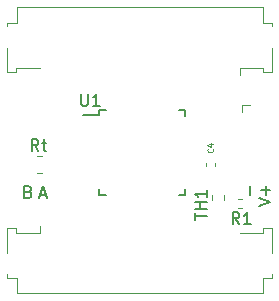
<source format=gto>
G04 #@! TF.GenerationSoftware,KiCad,Pcbnew,(5.1.9-0-10_14)*
G04 #@! TF.CreationDate,2021-10-22T14:59:34+02:00*
G04 #@! TF.ProjectId,TFRAS_TOP,54465241-535f-4544-9f50-2e6b69636164,rev?*
G04 #@! TF.SameCoordinates,Original*
G04 #@! TF.FileFunction,Legend,Top*
G04 #@! TF.FilePolarity,Positive*
%FSLAX46Y46*%
G04 Gerber Fmt 4.6, Leading zero omitted, Abs format (unit mm)*
G04 Created by KiCad (PCBNEW (5.1.9-0-10_14)) date 2021-10-22 14:59:34*
%MOMM*%
%LPD*%
G01*
G04 APERTURE LIST*
%ADD10C,0.150000*%
%ADD11C,0.120000*%
%ADD12C,0.125000*%
G04 APERTURE END LIST*
D10*
X23423809Y-32052380D02*
X23090476Y-31576190D01*
X22852380Y-32052380D02*
X22852380Y-31052380D01*
X23233333Y-31052380D01*
X23328571Y-31100000D01*
X23376190Y-31147619D01*
X23423809Y-31242857D01*
X23423809Y-31385714D01*
X23376190Y-31480952D01*
X23328571Y-31528571D01*
X23233333Y-31576190D01*
X22852380Y-31576190D01*
X23709523Y-31385714D02*
X24090476Y-31385714D01*
X23852380Y-31052380D02*
X23852380Y-31909523D01*
X23900000Y-32004761D01*
X23995238Y-32052380D01*
X24090476Y-32052380D01*
X22571428Y-35528571D02*
X22714285Y-35576190D01*
X22761904Y-35623809D01*
X22809523Y-35719047D01*
X22809523Y-35861904D01*
X22761904Y-35957142D01*
X22714285Y-36004761D01*
X22619047Y-36052380D01*
X22238095Y-36052380D01*
X22238095Y-35052380D01*
X22571428Y-35052380D01*
X22666666Y-35100000D01*
X22714285Y-35147619D01*
X22761904Y-35242857D01*
X22761904Y-35338095D01*
X22714285Y-35433333D01*
X22666666Y-35480952D01*
X22571428Y-35528571D01*
X22238095Y-35528571D01*
X23561904Y-35766666D02*
X24038095Y-35766666D01*
X23466666Y-36052380D02*
X23800000Y-35052380D01*
X24133333Y-36052380D01*
X41371428Y-35780952D02*
X41371428Y-35019047D01*
X42052380Y-36752380D02*
X43052380Y-36419047D01*
X42052380Y-36085714D01*
X42671428Y-35752380D02*
X42671428Y-34990476D01*
X43052380Y-35371428D02*
X42290476Y-35371428D01*
D11*
X38077500Y-35762742D02*
X38077500Y-36237258D01*
X39122500Y-35762742D02*
X39122500Y-36237258D01*
X23272936Y-32465000D02*
X23727064Y-32465000D01*
X23272936Y-33935000D02*
X23727064Y-33935000D01*
X42440000Y-38980000D02*
X40460000Y-38980000D01*
X42440000Y-38630000D02*
X42440000Y-38980000D01*
X43210000Y-38630000D02*
X42440000Y-38630000D01*
X43210000Y-40680000D02*
X43210000Y-38630000D01*
X43210000Y-42800000D02*
X43210000Y-42500000D01*
X42410000Y-42800000D02*
X43210000Y-42800000D01*
X42410000Y-44100000D02*
X42410000Y-42800000D01*
X21590000Y-44100000D02*
X42410000Y-44100000D01*
X21590000Y-42800000D02*
X21590000Y-44100000D01*
X20790000Y-42800000D02*
X21590000Y-42800000D01*
X20790000Y-42500000D02*
X20790000Y-42800000D01*
X20790000Y-38630000D02*
X20790000Y-40680000D01*
X21560000Y-38630000D02*
X20790000Y-38630000D01*
X21560000Y-38980000D02*
X21560000Y-38630000D01*
X23540000Y-38980000D02*
X21560000Y-38980000D01*
X23540000Y-38390000D02*
X23540000Y-38980000D01*
D10*
X28575000Y-28575000D02*
X28575000Y-29000000D01*
X35825000Y-28575000D02*
X35825000Y-29100000D01*
X35825000Y-35825000D02*
X35825000Y-35300000D01*
X28575000Y-35825000D02*
X28575000Y-35300000D01*
X28575000Y-28575000D02*
X29100000Y-28575000D01*
X28575000Y-35825000D02*
X29100000Y-35825000D01*
X35825000Y-35825000D02*
X35300000Y-35825000D01*
X35825000Y-28575000D02*
X35300000Y-28575000D01*
X28575000Y-29000000D02*
X27200000Y-29000000D01*
D11*
X37640000Y-33307836D02*
X37640000Y-33092164D01*
X38360000Y-33307836D02*
X38360000Y-33092164D01*
X40695000Y-28800000D02*
X40695000Y-28165000D01*
X40695000Y-28165000D02*
X41330000Y-28165000D01*
X40663641Y-36880000D02*
X40356359Y-36880000D01*
X40663641Y-36120000D02*
X40356359Y-36120000D01*
X21560000Y-25020000D02*
X23540000Y-25020000D01*
X21560000Y-25370000D02*
X21560000Y-25020000D01*
X20790000Y-25370000D02*
X21560000Y-25370000D01*
X20790000Y-23320000D02*
X20790000Y-25370000D01*
X20790000Y-21200000D02*
X20790000Y-21500000D01*
X21590000Y-21200000D02*
X20790000Y-21200000D01*
X21590000Y-19900000D02*
X21590000Y-21200000D01*
X42410000Y-19900000D02*
X21590000Y-19900000D01*
X42410000Y-21200000D02*
X42410000Y-19900000D01*
X43210000Y-21200000D02*
X42410000Y-21200000D01*
X43210000Y-21500000D02*
X43210000Y-21200000D01*
X43210000Y-25370000D02*
X43210000Y-23320000D01*
X42440000Y-25370000D02*
X43210000Y-25370000D01*
X42440000Y-25020000D02*
X42440000Y-25370000D01*
X40460000Y-25020000D02*
X42440000Y-25020000D01*
X40460000Y-25610000D02*
X40460000Y-25020000D01*
D10*
X36652380Y-37885714D02*
X36652380Y-37314285D01*
X37652380Y-37600000D02*
X36652380Y-37600000D01*
X37652380Y-36980952D02*
X36652380Y-36980952D01*
X37128571Y-36980952D02*
X37128571Y-36409523D01*
X37652380Y-36409523D02*
X36652380Y-36409523D01*
X37652380Y-35409523D02*
X37652380Y-35980952D01*
X37652380Y-35695238D02*
X36652380Y-35695238D01*
X36795238Y-35790476D01*
X36890476Y-35885714D01*
X36938095Y-35980952D01*
X27038095Y-27252380D02*
X27038095Y-28061904D01*
X27085714Y-28157142D01*
X27133333Y-28204761D01*
X27228571Y-28252380D01*
X27419047Y-28252380D01*
X27514285Y-28204761D01*
X27561904Y-28157142D01*
X27609523Y-28061904D01*
X27609523Y-27252380D01*
X28609523Y-28252380D02*
X28038095Y-28252380D01*
X28323809Y-28252380D02*
X28323809Y-27252380D01*
X28228571Y-27395238D01*
X28133333Y-27490476D01*
X28038095Y-27538095D01*
D12*
X38178571Y-31883333D02*
X38202380Y-31907142D01*
X38226190Y-31978571D01*
X38226190Y-32026190D01*
X38202380Y-32097619D01*
X38154761Y-32145238D01*
X38107142Y-32169047D01*
X38011904Y-32192857D01*
X37940476Y-32192857D01*
X37845238Y-32169047D01*
X37797619Y-32145238D01*
X37750000Y-32097619D01*
X37726190Y-32026190D01*
X37726190Y-31978571D01*
X37750000Y-31907142D01*
X37773809Y-31883333D01*
X37892857Y-31454761D02*
X38226190Y-31454761D01*
X37702380Y-31573809D02*
X38059523Y-31692857D01*
X38059523Y-31383333D01*
D10*
X40433333Y-38252380D02*
X40100000Y-37776190D01*
X39861904Y-38252380D02*
X39861904Y-37252380D01*
X40242857Y-37252380D01*
X40338095Y-37300000D01*
X40385714Y-37347619D01*
X40433333Y-37442857D01*
X40433333Y-37585714D01*
X40385714Y-37680952D01*
X40338095Y-37728571D01*
X40242857Y-37776190D01*
X39861904Y-37776190D01*
X41385714Y-38252380D02*
X40814285Y-38252380D01*
X41100000Y-38252380D02*
X41100000Y-37252380D01*
X41004761Y-37395238D01*
X40909523Y-37490476D01*
X40814285Y-37538095D01*
M02*

</source>
